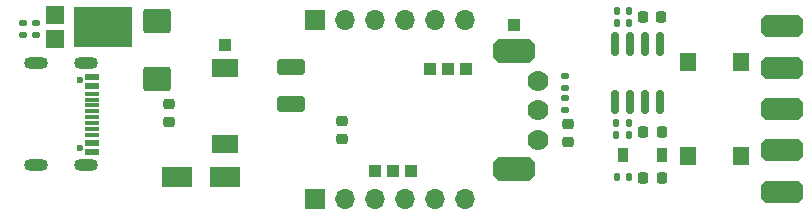
<source format=gts>
%TF.GenerationSoftware,KiCad,Pcbnew,(6.0.7)*%
%TF.CreationDate,2022-08-25T13:00:14+08:00*%
%TF.ProjectId,T12_SolderingStation,5431325f-536f-46c6-9465-72696e675374,rev?*%
%TF.SameCoordinates,Original*%
%TF.FileFunction,Soldermask,Top*%
%TF.FilePolarity,Negative*%
%FSLAX45Y45*%
G04 Gerber Fmt 4.5, Leading zero omitted, Abs format (unit mm)*
G04 Created by KiCad (PCBNEW (6.0.7)) date 2022-08-25 13:00:14*
%MOMM*%
%LPD*%
G01*
G04 APERTURE LIST*
G04 Aperture macros list*
%AMRoundRect*
0 Rectangle with rounded corners*
0 $1 Rounding radius*
0 $2 $3 $4 $5 $6 $7 $8 $9 X,Y pos of 4 corners*
0 Add a 4 corners polygon primitive as box body*
4,1,4,$2,$3,$4,$5,$6,$7,$8,$9,$2,$3,0*
0 Add four circle primitives for the rounded corners*
1,1,$1+$1,$2,$3*
1,1,$1+$1,$4,$5*
1,1,$1+$1,$6,$7*
1,1,$1+$1,$8,$9*
0 Add four rect primitives between the rounded corners*
20,1,$1+$1,$2,$3,$4,$5,0*
20,1,$1+$1,$4,$5,$6,$7,0*
20,1,$1+$1,$6,$7,$8,$9,0*
20,1,$1+$1,$8,$9,$2,$3,0*%
%AMFreePoly0*
4,1,17,0.600431,1.735355,0.985356,1.350431,1.000000,1.315076,1.000000,-1.315076,0.985356,-1.350431,0.600431,-1.735355,0.565076,-1.750000,-0.565076,-1.750000,-0.600431,-1.735356,-0.985355,-1.350431,-1.000000,-1.315076,-1.000000,1.315076,-0.985355,1.350431,-0.600431,1.735356,-0.565076,1.750000,0.565076,1.750000,0.600431,1.735355,0.600431,1.735355,$1*%
%AMFreePoly1*
4,1,17,0.541853,1.785355,0.885355,1.441853,0.900000,1.406498,0.900000,-1.406498,0.885355,-1.441853,0.541853,-1.785355,0.506498,-1.800000,-0.506498,-1.800000,-0.541853,-1.785355,-0.885355,-1.441853,-0.900000,-1.406498,-0.900000,1.406498,-0.885355,1.441853,-0.541853,1.785355,-0.506498,1.800000,0.506498,1.800000,0.541853,1.785355,0.541853,1.785355,$1*%
G04 Aperture macros list end*
%ADD10R,1.000000X1.000000*%
%ADD11R,1.700000X1.700000*%
%ADD12O,1.700000X1.700000*%
%ADD13RoundRect,0.150000X0.150000X-0.825000X0.150000X0.825000X-0.150000X0.825000X-0.150000X-0.825000X0*%
%ADD14R,2.200000X1.500000*%
%ADD15R,1.524000X1.524000*%
%ADD16R,5.000000X3.500000*%
%ADD17FreePoly0,90.000000*%
%ADD18C,1.778000*%
%ADD19RoundRect,0.225000X0.250000X-0.225000X0.250000X0.225000X-0.250000X0.225000X-0.250000X-0.225000X0*%
%ADD20RoundRect,0.225000X-0.250000X0.225000X-0.250000X-0.225000X0.250000X-0.225000X0.250000X0.225000X0*%
%ADD21R,0.900000X1.200000*%
%ADD22RoundRect,0.225000X-0.225000X-0.250000X0.225000X-0.250000X0.225000X0.250000X-0.225000X0.250000X0*%
%ADD23RoundRect,0.135000X-0.135000X-0.185000X0.135000X-0.185000X0.135000X0.185000X-0.135000X0.185000X0*%
%ADD24RoundRect,0.135000X0.135000X0.185000X-0.135000X0.185000X-0.135000X-0.185000X0.135000X-0.185000X0*%
%ADD25RoundRect,0.135000X0.185000X-0.135000X0.185000X0.135000X-0.185000X0.135000X-0.185000X-0.135000X0*%
%ADD26RoundRect,0.250000X-0.925000X0.787500X-0.925000X-0.787500X0.925000X-0.787500X0.925000X0.787500X0*%
%ADD27C,0.600000*%
%ADD28R,1.160000X0.600000*%
%ADD29R,1.160000X0.300000*%
%ADD30O,2.032000X1.016000*%
%ADD31FreePoly1,90.000000*%
%ADD32R,1.400000X1.600000*%
%ADD33RoundRect,0.135000X-0.185000X0.135000X-0.185000X-0.135000X0.185000X-0.135000X0.185000X0.135000X0*%
%ADD34RoundRect,0.147500X0.172500X-0.147500X0.172500X0.147500X-0.172500X0.147500X-0.172500X-0.147500X0*%
%ADD35RoundRect,0.250000X-0.925000X0.412500X-0.925000X-0.412500X0.925000X-0.412500X0.925000X0.412500X0*%
%ADD36R,2.500000X1.800000*%
G04 APERTURE END LIST*
D10*
%TO.C,TP3*%
X11658600Y-8392160D03*
%TD*%
D11*
%TO.C,J6*%
X10683240Y-7975600D03*
D12*
X10937240Y-7975600D03*
X11191240Y-7975600D03*
X11445240Y-7975600D03*
X11699240Y-7975600D03*
X11953240Y-7975600D03*
%TD*%
D13*
%TO.C,U4*%
X13225780Y-8670140D03*
X13352780Y-8670140D03*
X13479780Y-8670140D03*
X13606780Y-8670140D03*
X13606780Y-8175140D03*
X13479780Y-8175140D03*
X13352780Y-8175140D03*
X13225780Y-8175140D03*
%TD*%
D14*
%TO.C,L1*%
X9923780Y-9024580D03*
X9923780Y-8384580D03*
%TD*%
D15*
%TO.C,D5*%
X8482610Y-8133765D03*
X8482610Y-7933765D03*
D16*
X8892610Y-8033765D03*
%TD*%
D10*
%TO.C,TP7*%
X11191240Y-9255760D03*
%TD*%
%TO.C,TP5*%
X11496040Y-9255760D03*
%TD*%
D17*
%TO.C,SW2*%
X12370840Y-9237600D03*
X12370840Y-8237600D03*
D18*
X12570840Y-8987600D03*
X12570840Y-8737600D03*
X12570840Y-8487600D03*
%TD*%
D19*
%TO.C,C1*%
X9448800Y-8840500D03*
X9448800Y-8685500D03*
%TD*%
D20*
%TO.C,C3*%
X10916920Y-8827740D03*
X10916920Y-8982740D03*
%TD*%
D10*
%TO.C,TP8*%
X11343640Y-9255760D03*
%TD*%
D21*
%TO.C,D4*%
X13621920Y-9118600D03*
X13291920Y-9118600D03*
%TD*%
D10*
%TO.C,TP4*%
X11963400Y-8392160D03*
%TD*%
D20*
%TO.C,C11*%
X12827500Y-8855060D03*
X12827500Y-9010060D03*
%TD*%
D22*
%TO.C,C15*%
X13465780Y-8922400D03*
X13620780Y-8922400D03*
%TD*%
D23*
%TO.C,R19*%
X13238280Y-8945880D03*
X13340280Y-8945880D03*
%TD*%
D24*
%TO.C,R18*%
X13340280Y-8844280D03*
X13238280Y-8844280D03*
%TD*%
D23*
%TO.C,R17*%
X13239320Y-7901940D03*
X13341320Y-7901940D03*
%TD*%
D25*
%TO.C,R5*%
X8321040Y-8102800D03*
X8321040Y-8000800D03*
%TD*%
D26*
%TO.C,C4*%
X9347200Y-7985890D03*
X9347200Y-8478390D03*
%TD*%
D24*
%TO.C,R15*%
X13341320Y-8001000D03*
X13239320Y-8001000D03*
%TD*%
D22*
%TO.C,C14*%
X13465780Y-9313560D03*
X13620780Y-9313560D03*
%TD*%
D27*
%TO.C,J1*%
X8695780Y-9062160D03*
X8695780Y-8484160D03*
D28*
X8801780Y-8453160D03*
X8801780Y-8533160D03*
D29*
X8801780Y-8648160D03*
X8801780Y-8748160D03*
X8801780Y-8798160D03*
X8801780Y-8898160D03*
D28*
X8801780Y-9013160D03*
X8801780Y-9093160D03*
X8801780Y-9093160D03*
X8801780Y-9013160D03*
D29*
X8801780Y-8948160D03*
X8801780Y-8848160D03*
X8801780Y-8698160D03*
X8801780Y-8598160D03*
D28*
X8801780Y-8533160D03*
X8801780Y-8453160D03*
D30*
X8743780Y-9205160D03*
X8326780Y-8341160D03*
X8743780Y-8341160D03*
X8326780Y-9205160D03*
%TD*%
D31*
%TO.C,J4*%
X14635480Y-9427020D03*
X14635480Y-9077020D03*
X14635480Y-8727020D03*
X14635480Y-8377020D03*
X14635480Y-8027020D03*
%TD*%
D24*
%TO.C,R16*%
X13345360Y-9306560D03*
X13243360Y-9306560D03*
%TD*%
D32*
%TO.C,SW1*%
X13841520Y-9127440D03*
X13841520Y-8327440D03*
X14291520Y-9127440D03*
X14291520Y-8327440D03*
%TD*%
D33*
%TO.C,R11*%
X12801600Y-8635600D03*
X12801600Y-8737600D03*
%TD*%
D34*
%TO.C,D2*%
X8214360Y-8100300D03*
X8214360Y-8003300D03*
%TD*%
D35*
%TO.C,C2*%
X10482580Y-8375570D03*
X10482580Y-8683070D03*
%TD*%
D10*
%TO.C,TP2*%
X11811000Y-8392160D03*
%TD*%
D25*
%TO.C,R14*%
X12801600Y-8547300D03*
X12801600Y-8445300D03*
%TD*%
D22*
%TO.C,C13*%
X13459400Y-7950200D03*
X13614400Y-7950200D03*
%TD*%
D36*
%TO.C,D1*%
X9920580Y-9306560D03*
X9520580Y-9306560D03*
%TD*%
D11*
%TO.C,J5*%
X10683240Y-9489440D03*
D12*
X10937240Y-9489440D03*
X11191240Y-9489440D03*
X11445240Y-9489440D03*
X11699240Y-9489440D03*
X11953240Y-9489440D03*
%TD*%
D10*
%TO.C,TP1*%
X9923780Y-8183880D03*
%TD*%
%TO.C,TP6*%
X12369800Y-8018780D03*
%TD*%
M02*

</source>
